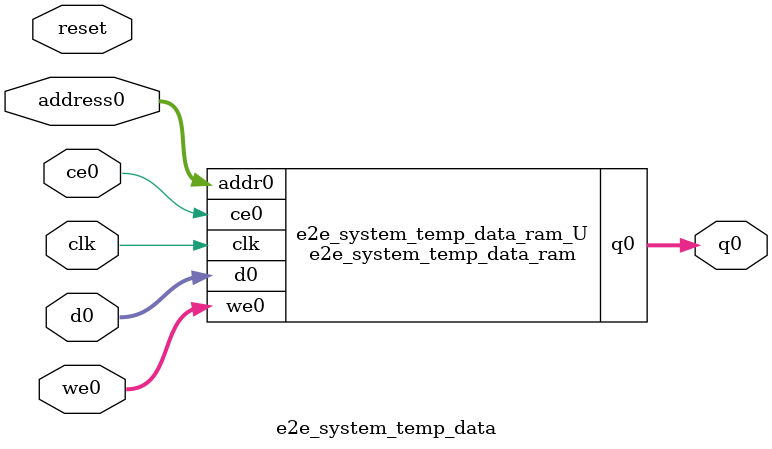
<source format=v>
`timescale 1 ns / 1 ps
module e2e_system_temp_data_ram (addr0, ce0, d0, we0, q0,  clk);

parameter DWIDTH = 64;
parameter AWIDTH = 9;
parameter MEM_SIZE = 340;
parameter COL_WIDTH = 8;
parameter NUM_COL = (DWIDTH/COL_WIDTH);

input[AWIDTH-1:0] addr0;
input ce0;
input[DWIDTH-1:0] d0;
input [NUM_COL-1:0] we0;
output reg[DWIDTH-1:0] q0;
input clk;

(* ram_style = "block" *)reg [DWIDTH-1:0] ram[0:MEM_SIZE-1];



genvar i;

generate
    for (i=0;i<NUM_COL;i=i+1) begin
        always @(posedge clk) begin
            if (ce0) begin
                if (we0[i]) begin
                    ram[addr0][i*COL_WIDTH +: COL_WIDTH] <= d0[i*COL_WIDTH +: COL_WIDTH]; 
                end
                q0[i*COL_WIDTH +: COL_WIDTH] <= ram[addr0][i*COL_WIDTH +: COL_WIDTH];
            end
        end
    end
endgenerate


endmodule

`timescale 1 ns / 1 ps
module e2e_system_temp_data(
    reset,
    clk,
    address0,
    ce0,
    we0,
    d0,
    q0);

parameter DataWidth = 32'd64;
parameter AddressRange = 32'd340;
parameter AddressWidth = 32'd9;
input reset;
input clk;
input[AddressWidth - 1:0] address0;
input ce0;
input[DataWidth/8 - 1:0] we0;
input[DataWidth - 1:0] d0;
output[DataWidth - 1:0] q0;



e2e_system_temp_data_ram e2e_system_temp_data_ram_U(
    .clk( clk ),
    .addr0( address0 ),
    .ce0( ce0 ),
    .we0( we0 ),
    .d0( d0 ),
    .q0( q0 ));

endmodule


</source>
